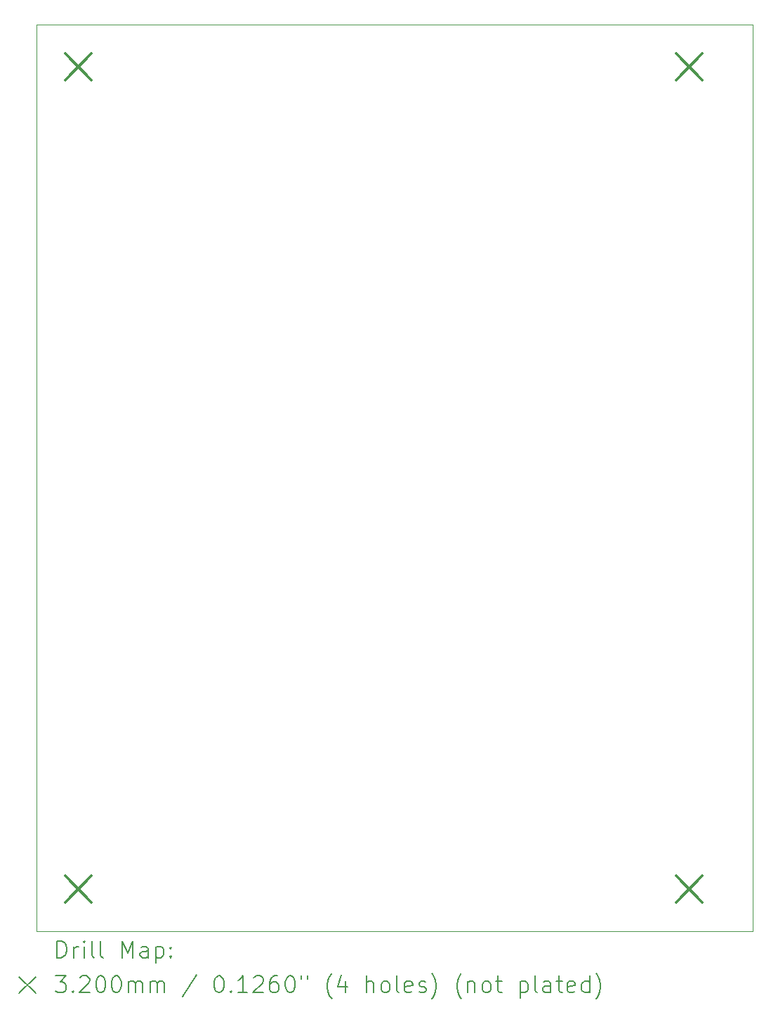
<source format=gbr>
%FSLAX45Y45*%
G04 Gerber Fmt 4.5, Leading zero omitted, Abs format (unit mm)*
G04 Created by KiCad (PCBNEW (6.0.1)) date 2022-02-23 20:14:45*
%MOMM*%
%LPD*%
G01*
G04 APERTURE LIST*
%TA.AperFunction,Profile*%
%ADD10C,0.100000*%
%TD*%
%ADD11C,0.200000*%
%ADD12C,0.320000*%
G04 APERTURE END LIST*
D10*
X9906000Y-12700000D02*
X1270000Y-12700000D01*
X1270000Y-12700000D02*
X1270000Y-1778000D01*
X1270000Y-1778000D02*
X9906000Y-1778000D01*
X9906000Y-1778000D02*
X9906000Y-12700000D01*
D11*
D12*
X1618000Y-2126000D02*
X1938000Y-2446000D01*
X1938000Y-2126000D02*
X1618000Y-2446000D01*
X1618000Y-12032000D02*
X1938000Y-12352000D01*
X1938000Y-12032000D02*
X1618000Y-12352000D01*
X8984000Y-2126000D02*
X9304000Y-2446000D01*
X9304000Y-2126000D02*
X8984000Y-2446000D01*
X8984000Y-12032000D02*
X9304000Y-12352000D01*
X9304000Y-12032000D02*
X8984000Y-12352000D01*
D11*
X1522619Y-13015476D02*
X1522619Y-12815476D01*
X1570238Y-12815476D01*
X1598809Y-12825000D01*
X1617857Y-12844048D01*
X1627381Y-12863095D01*
X1636905Y-12901190D01*
X1636905Y-12929762D01*
X1627381Y-12967857D01*
X1617857Y-12986905D01*
X1598809Y-13005952D01*
X1570238Y-13015476D01*
X1522619Y-13015476D01*
X1722619Y-13015476D02*
X1722619Y-12882143D01*
X1722619Y-12920238D02*
X1732143Y-12901190D01*
X1741667Y-12891667D01*
X1760714Y-12882143D01*
X1779762Y-12882143D01*
X1846428Y-13015476D02*
X1846428Y-12882143D01*
X1846428Y-12815476D02*
X1836905Y-12825000D01*
X1846428Y-12834524D01*
X1855952Y-12825000D01*
X1846428Y-12815476D01*
X1846428Y-12834524D01*
X1970238Y-13015476D02*
X1951190Y-13005952D01*
X1941667Y-12986905D01*
X1941667Y-12815476D01*
X2075000Y-13015476D02*
X2055952Y-13005952D01*
X2046428Y-12986905D01*
X2046428Y-12815476D01*
X2303571Y-13015476D02*
X2303571Y-12815476D01*
X2370238Y-12958333D01*
X2436905Y-12815476D01*
X2436905Y-13015476D01*
X2617857Y-13015476D02*
X2617857Y-12910714D01*
X2608333Y-12891667D01*
X2589286Y-12882143D01*
X2551190Y-12882143D01*
X2532143Y-12891667D01*
X2617857Y-13005952D02*
X2598810Y-13015476D01*
X2551190Y-13015476D01*
X2532143Y-13005952D01*
X2522619Y-12986905D01*
X2522619Y-12967857D01*
X2532143Y-12948809D01*
X2551190Y-12939286D01*
X2598810Y-12939286D01*
X2617857Y-12929762D01*
X2713095Y-12882143D02*
X2713095Y-13082143D01*
X2713095Y-12891667D02*
X2732143Y-12882143D01*
X2770238Y-12882143D01*
X2789286Y-12891667D01*
X2798809Y-12901190D01*
X2808333Y-12920238D01*
X2808333Y-12977381D01*
X2798809Y-12996428D01*
X2789286Y-13005952D01*
X2770238Y-13015476D01*
X2732143Y-13015476D01*
X2713095Y-13005952D01*
X2894048Y-12996428D02*
X2903571Y-13005952D01*
X2894048Y-13015476D01*
X2884524Y-13005952D01*
X2894048Y-12996428D01*
X2894048Y-13015476D01*
X2894048Y-12891667D02*
X2903571Y-12901190D01*
X2894048Y-12910714D01*
X2884524Y-12901190D01*
X2894048Y-12891667D01*
X2894048Y-12910714D01*
X1065000Y-13245000D02*
X1265000Y-13445000D01*
X1265000Y-13245000D02*
X1065000Y-13445000D01*
X1503571Y-13235476D02*
X1627381Y-13235476D01*
X1560714Y-13311667D01*
X1589286Y-13311667D01*
X1608333Y-13321190D01*
X1617857Y-13330714D01*
X1627381Y-13349762D01*
X1627381Y-13397381D01*
X1617857Y-13416428D01*
X1608333Y-13425952D01*
X1589286Y-13435476D01*
X1532143Y-13435476D01*
X1513095Y-13425952D01*
X1503571Y-13416428D01*
X1713095Y-13416428D02*
X1722619Y-13425952D01*
X1713095Y-13435476D01*
X1703571Y-13425952D01*
X1713095Y-13416428D01*
X1713095Y-13435476D01*
X1798809Y-13254524D02*
X1808333Y-13245000D01*
X1827381Y-13235476D01*
X1875000Y-13235476D01*
X1894048Y-13245000D01*
X1903571Y-13254524D01*
X1913095Y-13273571D01*
X1913095Y-13292619D01*
X1903571Y-13321190D01*
X1789286Y-13435476D01*
X1913095Y-13435476D01*
X2036905Y-13235476D02*
X2055952Y-13235476D01*
X2075000Y-13245000D01*
X2084524Y-13254524D01*
X2094048Y-13273571D01*
X2103571Y-13311667D01*
X2103571Y-13359286D01*
X2094048Y-13397381D01*
X2084524Y-13416428D01*
X2075000Y-13425952D01*
X2055952Y-13435476D01*
X2036905Y-13435476D01*
X2017857Y-13425952D01*
X2008333Y-13416428D01*
X1998809Y-13397381D01*
X1989286Y-13359286D01*
X1989286Y-13311667D01*
X1998809Y-13273571D01*
X2008333Y-13254524D01*
X2017857Y-13245000D01*
X2036905Y-13235476D01*
X2227381Y-13235476D02*
X2246429Y-13235476D01*
X2265476Y-13245000D01*
X2275000Y-13254524D01*
X2284524Y-13273571D01*
X2294048Y-13311667D01*
X2294048Y-13359286D01*
X2284524Y-13397381D01*
X2275000Y-13416428D01*
X2265476Y-13425952D01*
X2246429Y-13435476D01*
X2227381Y-13435476D01*
X2208333Y-13425952D01*
X2198810Y-13416428D01*
X2189286Y-13397381D01*
X2179762Y-13359286D01*
X2179762Y-13311667D01*
X2189286Y-13273571D01*
X2198810Y-13254524D01*
X2208333Y-13245000D01*
X2227381Y-13235476D01*
X2379762Y-13435476D02*
X2379762Y-13302143D01*
X2379762Y-13321190D02*
X2389286Y-13311667D01*
X2408333Y-13302143D01*
X2436905Y-13302143D01*
X2455952Y-13311667D01*
X2465476Y-13330714D01*
X2465476Y-13435476D01*
X2465476Y-13330714D02*
X2475000Y-13311667D01*
X2494048Y-13302143D01*
X2522619Y-13302143D01*
X2541667Y-13311667D01*
X2551190Y-13330714D01*
X2551190Y-13435476D01*
X2646429Y-13435476D02*
X2646429Y-13302143D01*
X2646429Y-13321190D02*
X2655952Y-13311667D01*
X2675000Y-13302143D01*
X2703571Y-13302143D01*
X2722619Y-13311667D01*
X2732143Y-13330714D01*
X2732143Y-13435476D01*
X2732143Y-13330714D02*
X2741667Y-13311667D01*
X2760714Y-13302143D01*
X2789286Y-13302143D01*
X2808333Y-13311667D01*
X2817857Y-13330714D01*
X2817857Y-13435476D01*
X3208333Y-13225952D02*
X3036905Y-13483095D01*
X3465476Y-13235476D02*
X3484524Y-13235476D01*
X3503571Y-13245000D01*
X3513095Y-13254524D01*
X3522619Y-13273571D01*
X3532143Y-13311667D01*
X3532143Y-13359286D01*
X3522619Y-13397381D01*
X3513095Y-13416428D01*
X3503571Y-13425952D01*
X3484524Y-13435476D01*
X3465476Y-13435476D01*
X3446428Y-13425952D01*
X3436905Y-13416428D01*
X3427381Y-13397381D01*
X3417857Y-13359286D01*
X3417857Y-13311667D01*
X3427381Y-13273571D01*
X3436905Y-13254524D01*
X3446428Y-13245000D01*
X3465476Y-13235476D01*
X3617857Y-13416428D02*
X3627381Y-13425952D01*
X3617857Y-13435476D01*
X3608333Y-13425952D01*
X3617857Y-13416428D01*
X3617857Y-13435476D01*
X3817857Y-13435476D02*
X3703571Y-13435476D01*
X3760714Y-13435476D02*
X3760714Y-13235476D01*
X3741667Y-13264048D01*
X3722619Y-13283095D01*
X3703571Y-13292619D01*
X3894048Y-13254524D02*
X3903571Y-13245000D01*
X3922619Y-13235476D01*
X3970238Y-13235476D01*
X3989286Y-13245000D01*
X3998809Y-13254524D01*
X4008333Y-13273571D01*
X4008333Y-13292619D01*
X3998809Y-13321190D01*
X3884524Y-13435476D01*
X4008333Y-13435476D01*
X4179762Y-13235476D02*
X4141667Y-13235476D01*
X4122619Y-13245000D01*
X4113095Y-13254524D01*
X4094048Y-13283095D01*
X4084524Y-13321190D01*
X4084524Y-13397381D01*
X4094048Y-13416428D01*
X4103571Y-13425952D01*
X4122619Y-13435476D01*
X4160714Y-13435476D01*
X4179762Y-13425952D01*
X4189286Y-13416428D01*
X4198810Y-13397381D01*
X4198810Y-13349762D01*
X4189286Y-13330714D01*
X4179762Y-13321190D01*
X4160714Y-13311667D01*
X4122619Y-13311667D01*
X4103571Y-13321190D01*
X4094048Y-13330714D01*
X4084524Y-13349762D01*
X4322619Y-13235476D02*
X4341667Y-13235476D01*
X4360714Y-13245000D01*
X4370238Y-13254524D01*
X4379762Y-13273571D01*
X4389286Y-13311667D01*
X4389286Y-13359286D01*
X4379762Y-13397381D01*
X4370238Y-13416428D01*
X4360714Y-13425952D01*
X4341667Y-13435476D01*
X4322619Y-13435476D01*
X4303571Y-13425952D01*
X4294048Y-13416428D01*
X4284524Y-13397381D01*
X4275000Y-13359286D01*
X4275000Y-13311667D01*
X4284524Y-13273571D01*
X4294048Y-13254524D01*
X4303571Y-13245000D01*
X4322619Y-13235476D01*
X4465476Y-13235476D02*
X4465476Y-13273571D01*
X4541667Y-13235476D02*
X4541667Y-13273571D01*
X4836905Y-13511667D02*
X4827381Y-13502143D01*
X4808333Y-13473571D01*
X4798810Y-13454524D01*
X4789286Y-13425952D01*
X4779762Y-13378333D01*
X4779762Y-13340238D01*
X4789286Y-13292619D01*
X4798810Y-13264048D01*
X4808333Y-13245000D01*
X4827381Y-13216428D01*
X4836905Y-13206905D01*
X4998810Y-13302143D02*
X4998810Y-13435476D01*
X4951190Y-13225952D02*
X4903571Y-13368809D01*
X5027381Y-13368809D01*
X5255952Y-13435476D02*
X5255952Y-13235476D01*
X5341667Y-13435476D02*
X5341667Y-13330714D01*
X5332143Y-13311667D01*
X5313095Y-13302143D01*
X5284524Y-13302143D01*
X5265476Y-13311667D01*
X5255952Y-13321190D01*
X5465476Y-13435476D02*
X5446429Y-13425952D01*
X5436905Y-13416428D01*
X5427381Y-13397381D01*
X5427381Y-13340238D01*
X5436905Y-13321190D01*
X5446429Y-13311667D01*
X5465476Y-13302143D01*
X5494048Y-13302143D01*
X5513095Y-13311667D01*
X5522619Y-13321190D01*
X5532143Y-13340238D01*
X5532143Y-13397381D01*
X5522619Y-13416428D01*
X5513095Y-13425952D01*
X5494048Y-13435476D01*
X5465476Y-13435476D01*
X5646428Y-13435476D02*
X5627381Y-13425952D01*
X5617857Y-13406905D01*
X5617857Y-13235476D01*
X5798809Y-13425952D02*
X5779762Y-13435476D01*
X5741667Y-13435476D01*
X5722619Y-13425952D01*
X5713095Y-13406905D01*
X5713095Y-13330714D01*
X5722619Y-13311667D01*
X5741667Y-13302143D01*
X5779762Y-13302143D01*
X5798809Y-13311667D01*
X5808333Y-13330714D01*
X5808333Y-13349762D01*
X5713095Y-13368809D01*
X5884524Y-13425952D02*
X5903571Y-13435476D01*
X5941667Y-13435476D01*
X5960714Y-13425952D01*
X5970238Y-13406905D01*
X5970238Y-13397381D01*
X5960714Y-13378333D01*
X5941667Y-13368809D01*
X5913095Y-13368809D01*
X5894048Y-13359286D01*
X5884524Y-13340238D01*
X5884524Y-13330714D01*
X5894048Y-13311667D01*
X5913095Y-13302143D01*
X5941667Y-13302143D01*
X5960714Y-13311667D01*
X6036905Y-13511667D02*
X6046428Y-13502143D01*
X6065476Y-13473571D01*
X6075000Y-13454524D01*
X6084524Y-13425952D01*
X6094048Y-13378333D01*
X6094048Y-13340238D01*
X6084524Y-13292619D01*
X6075000Y-13264048D01*
X6065476Y-13245000D01*
X6046428Y-13216428D01*
X6036905Y-13206905D01*
X6398809Y-13511667D02*
X6389286Y-13502143D01*
X6370238Y-13473571D01*
X6360714Y-13454524D01*
X6351190Y-13425952D01*
X6341667Y-13378333D01*
X6341667Y-13340238D01*
X6351190Y-13292619D01*
X6360714Y-13264048D01*
X6370238Y-13245000D01*
X6389286Y-13216428D01*
X6398809Y-13206905D01*
X6475000Y-13302143D02*
X6475000Y-13435476D01*
X6475000Y-13321190D02*
X6484524Y-13311667D01*
X6503571Y-13302143D01*
X6532143Y-13302143D01*
X6551190Y-13311667D01*
X6560714Y-13330714D01*
X6560714Y-13435476D01*
X6684524Y-13435476D02*
X6665476Y-13425952D01*
X6655952Y-13416428D01*
X6646428Y-13397381D01*
X6646428Y-13340238D01*
X6655952Y-13321190D01*
X6665476Y-13311667D01*
X6684524Y-13302143D01*
X6713095Y-13302143D01*
X6732143Y-13311667D01*
X6741667Y-13321190D01*
X6751190Y-13340238D01*
X6751190Y-13397381D01*
X6741667Y-13416428D01*
X6732143Y-13425952D01*
X6713095Y-13435476D01*
X6684524Y-13435476D01*
X6808333Y-13302143D02*
X6884524Y-13302143D01*
X6836905Y-13235476D02*
X6836905Y-13406905D01*
X6846428Y-13425952D01*
X6865476Y-13435476D01*
X6884524Y-13435476D01*
X7103571Y-13302143D02*
X7103571Y-13502143D01*
X7103571Y-13311667D02*
X7122619Y-13302143D01*
X7160714Y-13302143D01*
X7179762Y-13311667D01*
X7189286Y-13321190D01*
X7198809Y-13340238D01*
X7198809Y-13397381D01*
X7189286Y-13416428D01*
X7179762Y-13425952D01*
X7160714Y-13435476D01*
X7122619Y-13435476D01*
X7103571Y-13425952D01*
X7313095Y-13435476D02*
X7294048Y-13425952D01*
X7284524Y-13406905D01*
X7284524Y-13235476D01*
X7475000Y-13435476D02*
X7475000Y-13330714D01*
X7465476Y-13311667D01*
X7446428Y-13302143D01*
X7408333Y-13302143D01*
X7389286Y-13311667D01*
X7475000Y-13425952D02*
X7455952Y-13435476D01*
X7408333Y-13435476D01*
X7389286Y-13425952D01*
X7379762Y-13406905D01*
X7379762Y-13387857D01*
X7389286Y-13368809D01*
X7408333Y-13359286D01*
X7455952Y-13359286D01*
X7475000Y-13349762D01*
X7541667Y-13302143D02*
X7617857Y-13302143D01*
X7570238Y-13235476D02*
X7570238Y-13406905D01*
X7579762Y-13425952D01*
X7598809Y-13435476D01*
X7617857Y-13435476D01*
X7760714Y-13425952D02*
X7741667Y-13435476D01*
X7703571Y-13435476D01*
X7684524Y-13425952D01*
X7675000Y-13406905D01*
X7675000Y-13330714D01*
X7684524Y-13311667D01*
X7703571Y-13302143D01*
X7741667Y-13302143D01*
X7760714Y-13311667D01*
X7770238Y-13330714D01*
X7770238Y-13349762D01*
X7675000Y-13368809D01*
X7941667Y-13435476D02*
X7941667Y-13235476D01*
X7941667Y-13425952D02*
X7922619Y-13435476D01*
X7884524Y-13435476D01*
X7865476Y-13425952D01*
X7855952Y-13416428D01*
X7846428Y-13397381D01*
X7846428Y-13340238D01*
X7855952Y-13321190D01*
X7865476Y-13311667D01*
X7884524Y-13302143D01*
X7922619Y-13302143D01*
X7941667Y-13311667D01*
X8017857Y-13511667D02*
X8027381Y-13502143D01*
X8046428Y-13473571D01*
X8055952Y-13454524D01*
X8065476Y-13425952D01*
X8075000Y-13378333D01*
X8075000Y-13340238D01*
X8065476Y-13292619D01*
X8055952Y-13264048D01*
X8046428Y-13245000D01*
X8027381Y-13216428D01*
X8017857Y-13206905D01*
M02*

</source>
